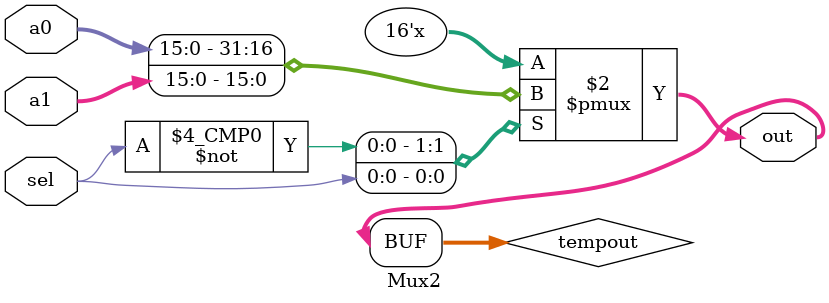
<source format=v>
module datapath(clk, readnum, vsel, loada, loadb, shift, asel, bsel, ALUop, loadc, loads, writenum, write, mdata, sximm8, PC, sximm5, Z_out, C);
  input[15:0] mdata, sximm8, PC, sximm5;
  input[2:0] writenum, readnum;
  input[1:0] shift, ALUop, vsel;
  input write, clk, loada, loadb, loadc, loads, asel, bsel;

  output [2:0] Z_out;
  output[15:0] C;

  wire[15:0] data_in, data_out, aout, bout, sout, Ain, Bin, out;
  wire [2:0] Z;

Mux4 data_prereg(mdata, sximm8, PC, C, vsel, data_in);		//instantiate multiplexer, selecting either input data out output data to be re-written
regfile REGFILE(data_in, writenum, write, readnum, clk, data_out);	//instantiate register file module
RLE rleA(data_out, loada, clk, aout);					//instantiate register file a
RLE rleB(data_out, loadb, clk, bout);					//instantiate register file b
shifter shifter(bout, shift, sout);					//instantiate shifter
Mux2 ainMux(16'b0, aout, asel, Ain);					//instantiate multiplexer a
Mux2 binMux(sximm5, sout, bsel, Bin);		//instantiate multiplexer b
ALU u2(Ain, Bin, ALUop, out, Z);					//instantiate ALU module
RLE #(3) status(Z, loads, clk, Z_out);					//instantiate status register file
RLE rlec(out, loadc, clk, C);				//instantiate register file c

endmodule

//4 input k bit multiplexer
module Mux4(a3, a2, a1, a0, sel, out) ;
  parameter k = 16;
  input [k-1:0] a0, a1, a2, a3;
  input [1:0] sel;
  output[k-1:0] out;

  reg [k-1:0] tempout;
  always @(*) begin
	case(sel)
	  2'b00: tempout = a0;
	  2'b01: tempout = a1;
	  2'b10: tempout = a2;
	  2'b11: tempout = a3;
	  default: tempout = 16'bxxxxxxxxxxxxxxxx;	//even if bit size is not 16, will ensure no latches
	endcase
  end
  assign out = tempout;
endmodule
//2 input k bit multiplexer
module Mux2(a1, a0, sel, out) ;
  parameter k = 16;
  input [k-1:0] a0, a1;
  input sel;
  output[k-1:0] out;

  reg [k-1:0] tempout;
  always @(*) begin
	case(sel)
	  1'b0: tempout = a0;
	  1'b1: tempout = a1;
	  default: tempout = {k{1'bx}};	//even if bit size is not 16, will ensure no latches
	endcase
  end
  assign out = tempout;
endmodule

</source>
